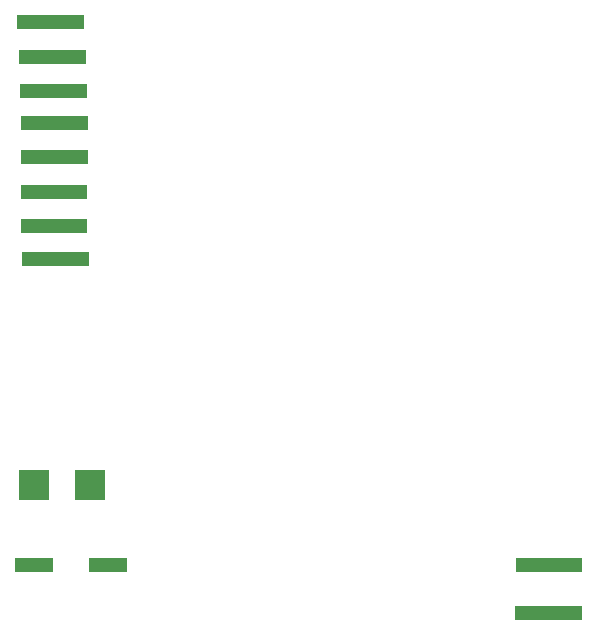
<source format=gbr>
G04 #@! TF.FileFunction,Paste,Top*
%FSLAX46Y46*%
G04 Gerber Fmt 4.6, Leading zero omitted, Abs format (unit mm)*
G04 Created by KiCad (PCBNEW 4.0.6) date 05/08/17 07:30:41*
%MOMM*%
%LPD*%
G01*
G04 APERTURE LIST*
%ADD10C,0.100000*%
%ADD11C,1.100000*%
%ADD12R,0.635000X1.270000*%
%ADD13R,3.300000X1.300000*%
%ADD14R,2.540000X2.540000*%
G04 APERTURE END LIST*
D10*
D11*
X78462700Y-125832900D03*
D12*
X78843700Y-125832900D03*
X79478700Y-125832900D03*
X78208700Y-125832900D03*
X77573700Y-125832900D03*
X76938700Y-125832900D03*
X80075600Y-125832900D03*
X80672500Y-125832900D03*
X76316400Y-125832900D03*
X75694100Y-125832900D03*
D11*
X78444500Y-129966900D03*
D12*
X78825500Y-129966900D03*
X79460500Y-129966900D03*
X78190500Y-129966900D03*
X77555500Y-129966900D03*
X76920500Y-129966900D03*
X80057400Y-129966900D03*
X80654300Y-129966900D03*
X76298200Y-129966900D03*
X75675900Y-129966900D03*
D11*
X36267100Y-79918900D03*
D12*
X36648100Y-79918900D03*
X37283100Y-79918900D03*
X36013100Y-79918900D03*
X35378100Y-79918900D03*
X34743100Y-79918900D03*
X37880000Y-79918900D03*
X38476900Y-79918900D03*
X34120800Y-79918900D03*
X33498500Y-79918900D03*
D11*
X36453100Y-82863900D03*
D12*
X36834100Y-82863900D03*
X37469100Y-82863900D03*
X36199100Y-82863900D03*
X35564100Y-82863900D03*
X34929100Y-82863900D03*
X38066000Y-82863900D03*
X38662900Y-82863900D03*
X34306800Y-82863900D03*
X33684500Y-82863900D03*
D11*
X36565100Y-91288900D03*
D12*
X36946100Y-91288900D03*
X37581100Y-91288900D03*
X36311100Y-91288900D03*
X35676100Y-91288900D03*
X35041100Y-91288900D03*
X38178000Y-91288900D03*
X38774900Y-91288900D03*
X34418800Y-91288900D03*
X33796500Y-91288900D03*
D11*
X36554100Y-94266900D03*
D12*
X36935100Y-94266900D03*
X37570100Y-94266900D03*
X36300100Y-94266900D03*
X35665100Y-94266900D03*
X35030100Y-94266900D03*
X38167000Y-94266900D03*
X38763900Y-94266900D03*
X34407800Y-94266900D03*
X33785500Y-94266900D03*
D11*
X36532100Y-85706900D03*
D12*
X36913100Y-85706900D03*
X37548100Y-85706900D03*
X36278100Y-85706900D03*
X35643100Y-85706900D03*
X35008100Y-85706900D03*
X38145000Y-85706900D03*
X38741900Y-85706900D03*
X34385800Y-85706900D03*
X33763500Y-85706900D03*
D11*
X36704100Y-99946900D03*
D12*
X37085100Y-99946900D03*
X37720100Y-99946900D03*
X36450100Y-99946900D03*
X35815100Y-99946900D03*
X35180100Y-99946900D03*
X38317000Y-99946900D03*
X38913900Y-99946900D03*
X34557800Y-99946900D03*
X33935500Y-99946900D03*
D11*
X36555100Y-97130900D03*
D12*
X36936100Y-97130900D03*
X37571100Y-97130900D03*
X36301100Y-97130900D03*
X35666100Y-97130900D03*
X35031100Y-97130900D03*
X38168000Y-97130900D03*
X38764900Y-97130900D03*
X34408800Y-97130900D03*
X33786500Y-97130900D03*
D11*
X36569100Y-88491900D03*
D12*
X36950100Y-88491900D03*
X37585100Y-88491900D03*
X36315100Y-88491900D03*
X35680100Y-88491900D03*
X35045100Y-88491900D03*
X38182000Y-88491900D03*
X38778900Y-88491900D03*
X34422800Y-88491900D03*
X33800500Y-88491900D03*
D13*
X40803100Y-125882900D03*
X34553100Y-125882900D03*
D14*
X34582600Y-119081900D03*
X39281600Y-119081900D03*
M02*

</source>
